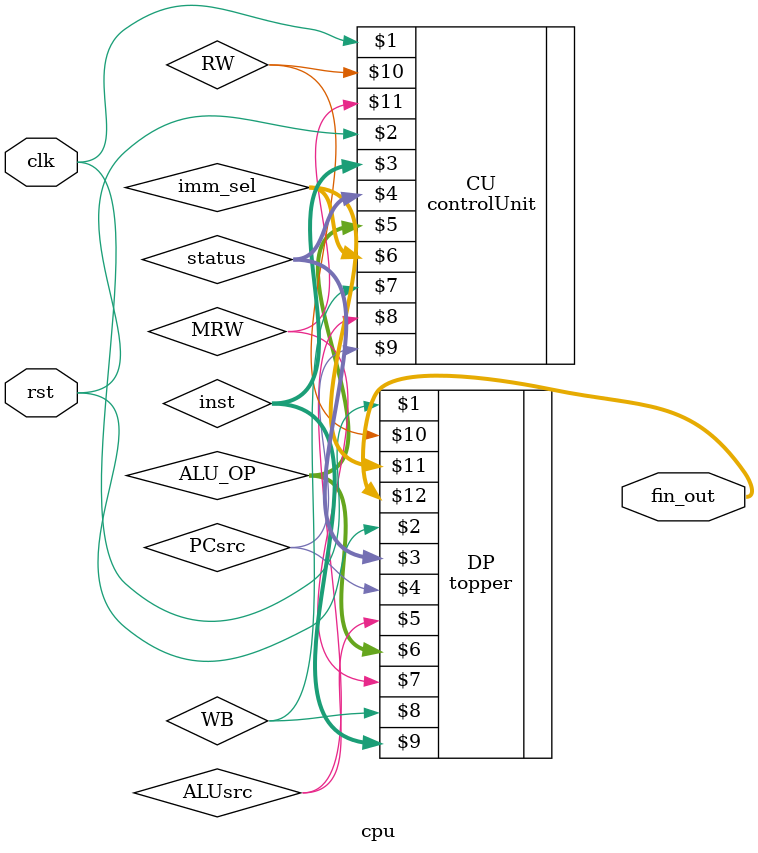
<source format=v>
module cpu(clk,rst,fin_out);
	input clk,rst;
	output [31:0] fin_out;
	wire [31:0] inst;
	wire [3:0] status;
	wire WB, ALUsrc, PCsrc,RW, MRW;
	wire [3:0] ALU_OP;
	wire [1:0] imm_sel;
	
	controlUnit CU (clk,rst,inst,status,ALU_OP,imm_sel,WB,ALUsrc,PCsrc,RW, MRW);
	
	topper DP (clk, rst, status, PCsrc, ALUsrc, ALU_OP, MRW, WB, inst, RW, imm_sel, fin_out);
	
endmodule 
</source>
